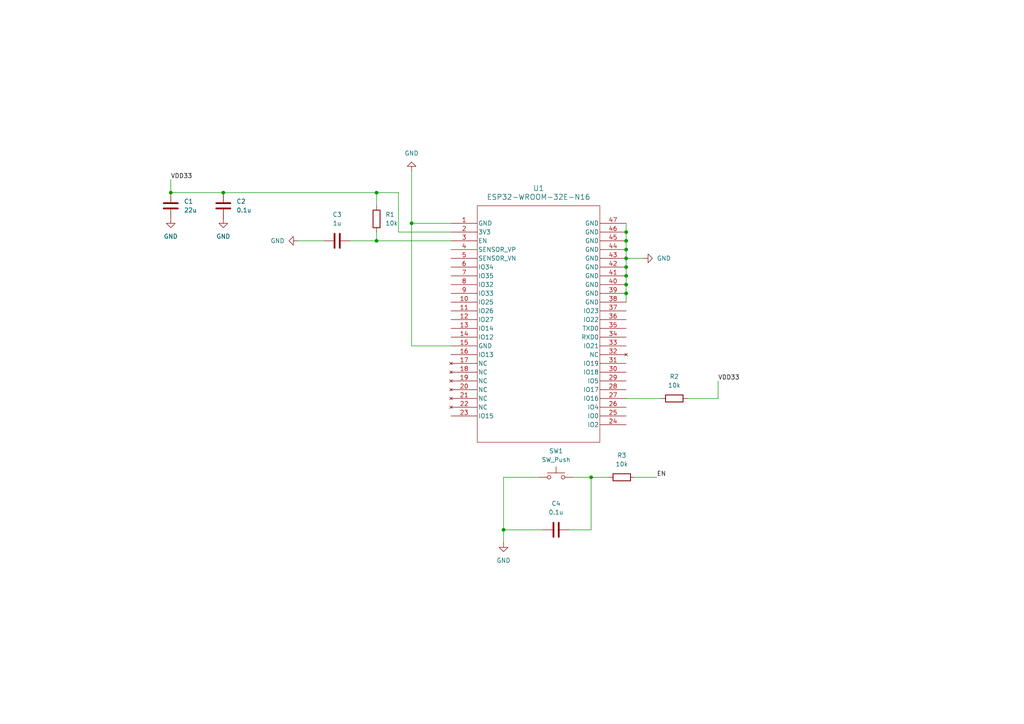
<source format=kicad_sch>
(kicad_sch
	(version 20231120)
	(generator "eeschema")
	(generator_version "8.0")
	(uuid "57743234-ce47-4192-879d-b8e0ce8cd561")
	(paper "A4")
	(lib_symbols
		(symbol "2024-10-13_22-34-19:ESP32-WROOM-32E-N16"
			(pin_names
				(offset 0.254)
			)
			(exclude_from_sim no)
			(in_bom yes)
			(on_board yes)
			(property "Reference" "U"
				(at 25.4 10.16 0)
				(effects
					(font
						(size 1.524 1.524)
					)
				)
			)
			(property "Value" "ESP32-WROOM-32E-N16"
				(at 25.4 7.62 0)
				(effects
					(font
						(size 1.524 1.524)
					)
				)
			)
			(property "Footprint" "ESP32-WROOM-32E_EXP"
				(at 0 0 0)
				(effects
					(font
						(size 1.27 1.27)
						(italic yes)
					)
					(hide yes)
				)
			)
			(property "Datasheet" "ESP32-WROOM-32E-N16"
				(at 0 0 0)
				(effects
					(font
						(size 1.27 1.27)
						(italic yes)
					)
					(hide yes)
				)
			)
			(property "Description" ""
				(at 0 0 0)
				(effects
					(font
						(size 1.27 1.27)
					)
					(hide yes)
				)
			)
			(property "ki_locked" ""
				(at 0 0 0)
				(effects
					(font
						(size 1.27 1.27)
					)
				)
			)
			(property "ki_keywords" "ESP32-WROOM-32E-N16"
				(at 0 0 0)
				(effects
					(font
						(size 1.27 1.27)
					)
					(hide yes)
				)
			)
			(property "ki_fp_filters" "ESP32-WROOM-32E_EXP"
				(at 0 0 0)
				(effects
					(font
						(size 1.27 1.27)
					)
					(hide yes)
				)
			)
			(symbol "ESP32-WROOM-32E-N16_0_1"
				(polyline
					(pts
						(xy 7.62 -63.5) (xy 43.18 -63.5)
					)
					(stroke
						(width 0.127)
						(type default)
					)
					(fill
						(type none)
					)
				)
				(polyline
					(pts
						(xy 7.62 5.08) (xy 7.62 -63.5)
					)
					(stroke
						(width 0.127)
						(type default)
					)
					(fill
						(type none)
					)
				)
				(polyline
					(pts
						(xy 43.18 -63.5) (xy 43.18 5.08)
					)
					(stroke
						(width 0.127)
						(type default)
					)
					(fill
						(type none)
					)
				)
				(polyline
					(pts
						(xy 43.18 5.08) (xy 7.62 5.08)
					)
					(stroke
						(width 0.127)
						(type default)
					)
					(fill
						(type none)
					)
				)
				(pin power_out line
					(at 0 0 0)
					(length 7.62)
					(name "GND"
						(effects
							(font
								(size 1.27 1.27)
							)
						)
					)
					(number "1"
						(effects
							(font
								(size 1.27 1.27)
							)
						)
					)
				)
				(pin bidirectional line
					(at 0 -22.86 0)
					(length 7.62)
					(name "IO25"
						(effects
							(font
								(size 1.27 1.27)
							)
						)
					)
					(number "10"
						(effects
							(font
								(size 1.27 1.27)
							)
						)
					)
				)
				(pin bidirectional line
					(at 0 -25.4 0)
					(length 7.62)
					(name "IO26"
						(effects
							(font
								(size 1.27 1.27)
							)
						)
					)
					(number "11"
						(effects
							(font
								(size 1.27 1.27)
							)
						)
					)
				)
				(pin bidirectional line
					(at 0 -27.94 0)
					(length 7.62)
					(name "IO27"
						(effects
							(font
								(size 1.27 1.27)
							)
						)
					)
					(number "12"
						(effects
							(font
								(size 1.27 1.27)
							)
						)
					)
				)
				(pin bidirectional line
					(at 0 -30.48 0)
					(length 7.62)
					(name "IO14"
						(effects
							(font
								(size 1.27 1.27)
							)
						)
					)
					(number "13"
						(effects
							(font
								(size 1.27 1.27)
							)
						)
					)
				)
				(pin bidirectional line
					(at 0 -33.02 0)
					(length 7.62)
					(name "IO12"
						(effects
							(font
								(size 1.27 1.27)
							)
						)
					)
					(number "14"
						(effects
							(font
								(size 1.27 1.27)
							)
						)
					)
				)
				(pin power_out line
					(at 0 -35.56 0)
					(length 7.62)
					(name "GND"
						(effects
							(font
								(size 1.27 1.27)
							)
						)
					)
					(number "15"
						(effects
							(font
								(size 1.27 1.27)
							)
						)
					)
				)
				(pin bidirectional line
					(at 0 -38.1 0)
					(length 7.62)
					(name "IO13"
						(effects
							(font
								(size 1.27 1.27)
							)
						)
					)
					(number "16"
						(effects
							(font
								(size 1.27 1.27)
							)
						)
					)
				)
				(pin no_connect line
					(at 0 -40.64 0)
					(length 7.62)
					(name "NC"
						(effects
							(font
								(size 1.27 1.27)
							)
						)
					)
					(number "17"
						(effects
							(font
								(size 1.27 1.27)
							)
						)
					)
				)
				(pin no_connect line
					(at 0 -43.18 0)
					(length 7.62)
					(name "NC"
						(effects
							(font
								(size 1.27 1.27)
							)
						)
					)
					(number "18"
						(effects
							(font
								(size 1.27 1.27)
							)
						)
					)
				)
				(pin no_connect line
					(at 0 -45.72 0)
					(length 7.62)
					(name "NC"
						(effects
							(font
								(size 1.27 1.27)
							)
						)
					)
					(number "19"
						(effects
							(font
								(size 1.27 1.27)
							)
						)
					)
				)
				(pin power_in line
					(at 0 -2.54 0)
					(length 7.62)
					(name "3V3"
						(effects
							(font
								(size 1.27 1.27)
							)
						)
					)
					(number "2"
						(effects
							(font
								(size 1.27 1.27)
							)
						)
					)
				)
				(pin no_connect line
					(at 0 -48.26 0)
					(length 7.62)
					(name "NC"
						(effects
							(font
								(size 1.27 1.27)
							)
						)
					)
					(number "20"
						(effects
							(font
								(size 1.27 1.27)
							)
						)
					)
				)
				(pin no_connect line
					(at 0 -50.8 0)
					(length 7.62)
					(name "NC"
						(effects
							(font
								(size 1.27 1.27)
							)
						)
					)
					(number "21"
						(effects
							(font
								(size 1.27 1.27)
							)
						)
					)
				)
				(pin no_connect line
					(at 0 -53.34 0)
					(length 7.62)
					(name "NC"
						(effects
							(font
								(size 1.27 1.27)
							)
						)
					)
					(number "22"
						(effects
							(font
								(size 1.27 1.27)
							)
						)
					)
				)
				(pin bidirectional line
					(at 0 -55.88 0)
					(length 7.62)
					(name "IO15"
						(effects
							(font
								(size 1.27 1.27)
							)
						)
					)
					(number "23"
						(effects
							(font
								(size 1.27 1.27)
							)
						)
					)
				)
				(pin bidirectional line
					(at 50.8 -58.42 180)
					(length 7.62)
					(name "IO2"
						(effects
							(font
								(size 1.27 1.27)
							)
						)
					)
					(number "24"
						(effects
							(font
								(size 1.27 1.27)
							)
						)
					)
				)
				(pin bidirectional line
					(at 50.8 -55.88 180)
					(length 7.62)
					(name "IO0"
						(effects
							(font
								(size 1.27 1.27)
							)
						)
					)
					(number "25"
						(effects
							(font
								(size 1.27 1.27)
							)
						)
					)
				)
				(pin bidirectional line
					(at 50.8 -53.34 180)
					(length 7.62)
					(name "IO4"
						(effects
							(font
								(size 1.27 1.27)
							)
						)
					)
					(number "26"
						(effects
							(font
								(size 1.27 1.27)
							)
						)
					)
				)
				(pin bidirectional line
					(at 50.8 -50.8 180)
					(length 7.62)
					(name "IO16"
						(effects
							(font
								(size 1.27 1.27)
							)
						)
					)
					(number "27"
						(effects
							(font
								(size 1.27 1.27)
							)
						)
					)
				)
				(pin bidirectional line
					(at 50.8 -48.26 180)
					(length 7.62)
					(name "IO17"
						(effects
							(font
								(size 1.27 1.27)
							)
						)
					)
					(number "28"
						(effects
							(font
								(size 1.27 1.27)
							)
						)
					)
				)
				(pin bidirectional line
					(at 50.8 -45.72 180)
					(length 7.62)
					(name "IO5"
						(effects
							(font
								(size 1.27 1.27)
							)
						)
					)
					(number "29"
						(effects
							(font
								(size 1.27 1.27)
							)
						)
					)
				)
				(pin input line
					(at 0 -5.08 0)
					(length 7.62)
					(name "EN"
						(effects
							(font
								(size 1.27 1.27)
							)
						)
					)
					(number "3"
						(effects
							(font
								(size 1.27 1.27)
							)
						)
					)
				)
				(pin bidirectional line
					(at 50.8 -43.18 180)
					(length 7.62)
					(name "IO18"
						(effects
							(font
								(size 1.27 1.27)
							)
						)
					)
					(number "30"
						(effects
							(font
								(size 1.27 1.27)
							)
						)
					)
				)
				(pin bidirectional line
					(at 50.8 -40.64 180)
					(length 7.62)
					(name "IO19"
						(effects
							(font
								(size 1.27 1.27)
							)
						)
					)
					(number "31"
						(effects
							(font
								(size 1.27 1.27)
							)
						)
					)
				)
				(pin no_connect line
					(at 50.8 -38.1 180)
					(length 7.62)
					(name "NC"
						(effects
							(font
								(size 1.27 1.27)
							)
						)
					)
					(number "32"
						(effects
							(font
								(size 1.27 1.27)
							)
						)
					)
				)
				(pin bidirectional line
					(at 50.8 -35.56 180)
					(length 7.62)
					(name "IO21"
						(effects
							(font
								(size 1.27 1.27)
							)
						)
					)
					(number "33"
						(effects
							(font
								(size 1.27 1.27)
							)
						)
					)
				)
				(pin bidirectional line
					(at 50.8 -33.02 180)
					(length 7.62)
					(name "RXD0"
						(effects
							(font
								(size 1.27 1.27)
							)
						)
					)
					(number "34"
						(effects
							(font
								(size 1.27 1.27)
							)
						)
					)
				)
				(pin bidirectional line
					(at 50.8 -30.48 180)
					(length 7.62)
					(name "TXD0"
						(effects
							(font
								(size 1.27 1.27)
							)
						)
					)
					(number "35"
						(effects
							(font
								(size 1.27 1.27)
							)
						)
					)
				)
				(pin bidirectional line
					(at 50.8 -27.94 180)
					(length 7.62)
					(name "IO22"
						(effects
							(font
								(size 1.27 1.27)
							)
						)
					)
					(number "36"
						(effects
							(font
								(size 1.27 1.27)
							)
						)
					)
				)
				(pin bidirectional line
					(at 50.8 -25.4 180)
					(length 7.62)
					(name "IO23"
						(effects
							(font
								(size 1.27 1.27)
							)
						)
					)
					(number "37"
						(effects
							(font
								(size 1.27 1.27)
							)
						)
					)
				)
				(pin power_out line
					(at 50.8 -22.86 180)
					(length 7.62)
					(name "GND"
						(effects
							(font
								(size 1.27 1.27)
							)
						)
					)
					(number "38"
						(effects
							(font
								(size 1.27 1.27)
							)
						)
					)
				)
				(pin power_out line
					(at 50.8 -20.32 180)
					(length 7.62)
					(name "GND"
						(effects
							(font
								(size 1.27 1.27)
							)
						)
					)
					(number "39"
						(effects
							(font
								(size 1.27 1.27)
							)
						)
					)
				)
				(pin input line
					(at 0 -7.62 0)
					(length 7.62)
					(name "SENSOR_VP"
						(effects
							(font
								(size 1.27 1.27)
							)
						)
					)
					(number "4"
						(effects
							(font
								(size 1.27 1.27)
							)
						)
					)
				)
				(pin power_out line
					(at 50.8 -17.78 180)
					(length 7.62)
					(name "GND"
						(effects
							(font
								(size 1.27 1.27)
							)
						)
					)
					(number "40"
						(effects
							(font
								(size 1.27 1.27)
							)
						)
					)
				)
				(pin power_out line
					(at 50.8 -15.24 180)
					(length 7.62)
					(name "GND"
						(effects
							(font
								(size 1.27 1.27)
							)
						)
					)
					(number "41"
						(effects
							(font
								(size 1.27 1.27)
							)
						)
					)
				)
				(pin power_out line
					(at 50.8 -12.7 180)
					(length 7.62)
					(name "GND"
						(effects
							(font
								(size 1.27 1.27)
							)
						)
					)
					(number "42"
						(effects
							(font
								(size 1.27 1.27)
							)
						)
					)
				)
				(pin power_out line
					(at 50.8 -10.16 180)
					(length 7.62)
					(name "GND"
						(effects
							(font
								(size 1.27 1.27)
							)
						)
					)
					(number "43"
						(effects
							(font
								(size 1.27 1.27)
							)
						)
					)
				)
				(pin power_out line
					(at 50.8 -7.62 180)
					(length 7.62)
					(name "GND"
						(effects
							(font
								(size 1.27 1.27)
							)
						)
					)
					(number "44"
						(effects
							(font
								(size 1.27 1.27)
							)
						)
					)
				)
				(pin power_out line
					(at 50.8 -5.08 180)
					(length 7.62)
					(name "GND"
						(effects
							(font
								(size 1.27 1.27)
							)
						)
					)
					(number "45"
						(effects
							(font
								(size 1.27 1.27)
							)
						)
					)
				)
				(pin power_out line
					(at 50.8 -2.54 180)
					(length 7.62)
					(name "GND"
						(effects
							(font
								(size 1.27 1.27)
							)
						)
					)
					(number "46"
						(effects
							(font
								(size 1.27 1.27)
							)
						)
					)
				)
				(pin power_out line
					(at 50.8 0 180)
					(length 7.62)
					(name "GND"
						(effects
							(font
								(size 1.27 1.27)
							)
						)
					)
					(number "47"
						(effects
							(font
								(size 1.27 1.27)
							)
						)
					)
				)
				(pin input line
					(at 0 -10.16 0)
					(length 7.62)
					(name "SENSOR_VN"
						(effects
							(font
								(size 1.27 1.27)
							)
						)
					)
					(number "5"
						(effects
							(font
								(size 1.27 1.27)
							)
						)
					)
				)
				(pin input line
					(at 0 -12.7 0)
					(length 7.62)
					(name "IO34"
						(effects
							(font
								(size 1.27 1.27)
							)
						)
					)
					(number "6"
						(effects
							(font
								(size 1.27 1.27)
							)
						)
					)
				)
				(pin input line
					(at 0 -15.24 0)
					(length 7.62)
					(name "IO35"
						(effects
							(font
								(size 1.27 1.27)
							)
						)
					)
					(number "7"
						(effects
							(font
								(size 1.27 1.27)
							)
						)
					)
				)
				(pin bidirectional line
					(at 0 -17.78 0)
					(length 7.62)
					(name "IO32"
						(effects
							(font
								(size 1.27 1.27)
							)
						)
					)
					(number "8"
						(effects
							(font
								(size 1.27 1.27)
							)
						)
					)
				)
				(pin bidirectional line
					(at 0 -20.32 0)
					(length 7.62)
					(name "IO33"
						(effects
							(font
								(size 1.27 1.27)
							)
						)
					)
					(number "9"
						(effects
							(font
								(size 1.27 1.27)
							)
						)
					)
				)
			)
		)
		(symbol "Device:C"
			(pin_numbers hide)
			(pin_names
				(offset 0.254)
			)
			(exclude_from_sim no)
			(in_bom yes)
			(on_board yes)
			(property "Reference" "C"
				(at 0.635 2.54 0)
				(effects
					(font
						(size 1.27 1.27)
					)
					(justify left)
				)
			)
			(property "Value" "C"
				(at 0.635 -2.54 0)
				(effects
					(font
						(size 1.27 1.27)
					)
					(justify left)
				)
			)
			(property "Footprint" ""
				(at 0.9652 -3.81 0)
				(effects
					(font
						(size 1.27 1.27)
					)
					(hide yes)
				)
			)
			(property "Datasheet" "~"
				(at 0 0 0)
				(effects
					(font
						(size 1.27 1.27)
					)
					(hide yes)
				)
			)
			(property "Description" "Unpolarized capacitor"
				(at 0 0 0)
				(effects
					(font
						(size 1.27 1.27)
					)
					(hide yes)
				)
			)
			(property "ki_keywords" "cap capacitor"
				(at 0 0 0)
				(effects
					(font
						(size 1.27 1.27)
					)
					(hide yes)
				)
			)
			(property "ki_fp_filters" "C_*"
				(at 0 0 0)
				(effects
					(font
						(size 1.27 1.27)
					)
					(hide yes)
				)
			)
			(symbol "C_0_1"
				(polyline
					(pts
						(xy -2.032 -0.762) (xy 2.032 -0.762)
					)
					(stroke
						(width 0.508)
						(type default)
					)
					(fill
						(type none)
					)
				)
				(polyline
					(pts
						(xy -2.032 0.762) (xy 2.032 0.762)
					)
					(stroke
						(width 0.508)
						(type default)
					)
					(fill
						(type none)
					)
				)
			)
			(symbol "C_1_1"
				(pin passive line
					(at 0 3.81 270)
					(length 2.794)
					(name "~"
						(effects
							(font
								(size 1.27 1.27)
							)
						)
					)
					(number "1"
						(effects
							(font
								(size 1.27 1.27)
							)
						)
					)
				)
				(pin passive line
					(at 0 -3.81 90)
					(length 2.794)
					(name "~"
						(effects
							(font
								(size 1.27 1.27)
							)
						)
					)
					(number "2"
						(effects
							(font
								(size 1.27 1.27)
							)
						)
					)
				)
			)
		)
		(symbol "Device:R"
			(pin_numbers hide)
			(pin_names
				(offset 0)
			)
			(exclude_from_sim no)
			(in_bom yes)
			(on_board yes)
			(property "Reference" "R"
				(at 2.032 0 90)
				(effects
					(font
						(size 1.27 1.27)
					)
				)
			)
			(property "Value" "R"
				(at 0 0 90)
				(effects
					(font
						(size 1.27 1.27)
					)
				)
			)
			(property "Footprint" ""
				(at -1.778 0 90)
				(effects
					(font
						(size 1.27 1.27)
					)
					(hide yes)
				)
			)
			(property "Datasheet" "~"
				(at 0 0 0)
				(effects
					(font
						(size 1.27 1.27)
					)
					(hide yes)
				)
			)
			(property "Description" "Resistor"
				(at 0 0 0)
				(effects
					(font
						(size 1.27 1.27)
					)
					(hide yes)
				)
			)
			(property "ki_keywords" "R res resistor"
				(at 0 0 0)
				(effects
					(font
						(size 1.27 1.27)
					)
					(hide yes)
				)
			)
			(property "ki_fp_filters" "R_*"
				(at 0 0 0)
				(effects
					(font
						(size 1.27 1.27)
					)
					(hide yes)
				)
			)
			(symbol "R_0_1"
				(rectangle
					(start -1.016 -2.54)
					(end 1.016 2.54)
					(stroke
						(width 0.254)
						(type default)
					)
					(fill
						(type none)
					)
				)
			)
			(symbol "R_1_1"
				(pin passive line
					(at 0 3.81 270)
					(length 1.27)
					(name "~"
						(effects
							(font
								(size 1.27 1.27)
							)
						)
					)
					(number "1"
						(effects
							(font
								(size 1.27 1.27)
							)
						)
					)
				)
				(pin passive line
					(at 0 -3.81 90)
					(length 1.27)
					(name "~"
						(effects
							(font
								(size 1.27 1.27)
							)
						)
					)
					(number "2"
						(effects
							(font
								(size 1.27 1.27)
							)
						)
					)
				)
			)
		)
		(symbol "Switch:SW_Push"
			(pin_numbers hide)
			(pin_names
				(offset 1.016) hide)
			(exclude_from_sim no)
			(in_bom yes)
			(on_board yes)
			(property "Reference" "SW"
				(at 1.27 2.54 0)
				(effects
					(font
						(size 1.27 1.27)
					)
					(justify left)
				)
			)
			(property "Value" "SW_Push"
				(at 0 -1.524 0)
				(effects
					(font
						(size 1.27 1.27)
					)
				)
			)
			(property "Footprint" ""
				(at 0 5.08 0)
				(effects
					(font
						(size 1.27 1.27)
					)
					(hide yes)
				)
			)
			(property "Datasheet" "~"
				(at 0 5.08 0)
				(effects
					(font
						(size 1.27 1.27)
					)
					(hide yes)
				)
			)
			(property "Description" "Push button switch, generic, two pins"
				(at 0 0 0)
				(effects
					(font
						(size 1.27 1.27)
					)
					(hide yes)
				)
			)
			(property "ki_keywords" "switch normally-open pushbutton push-button"
				(at 0 0 0)
				(effects
					(font
						(size 1.27 1.27)
					)
					(hide yes)
				)
			)
			(symbol "SW_Push_0_1"
				(circle
					(center -2.032 0)
					(radius 0.508)
					(stroke
						(width 0)
						(type default)
					)
					(fill
						(type none)
					)
				)
				(polyline
					(pts
						(xy 0 1.27) (xy 0 3.048)
					)
					(stroke
						(width 0)
						(type default)
					)
					(fill
						(type none)
					)
				)
				(polyline
					(pts
						(xy 2.54 1.27) (xy -2.54 1.27)
					)
					(stroke
						(width 0)
						(type default)
					)
					(fill
						(type none)
					)
				)
				(circle
					(center 2.032 0)
					(radius 0.508)
					(stroke
						(width 0)
						(type default)
					)
					(fill
						(type none)
					)
				)
				(pin passive line
					(at -5.08 0 0)
					(length 2.54)
					(name "1"
						(effects
							(font
								(size 1.27 1.27)
							)
						)
					)
					(number "1"
						(effects
							(font
								(size 1.27 1.27)
							)
						)
					)
				)
				(pin passive line
					(at 5.08 0 180)
					(length 2.54)
					(name "2"
						(effects
							(font
								(size 1.27 1.27)
							)
						)
					)
					(number "2"
						(effects
							(font
								(size 1.27 1.27)
							)
						)
					)
				)
			)
		)
		(symbol "power:GND"
			(power)
			(pin_numbers hide)
			(pin_names
				(offset 0) hide)
			(exclude_from_sim no)
			(in_bom yes)
			(on_board yes)
			(property "Reference" "#PWR"
				(at 0 -6.35 0)
				(effects
					(font
						(size 1.27 1.27)
					)
					(hide yes)
				)
			)
			(property "Value" "GND"
				(at 0 -3.81 0)
				(effects
					(font
						(size 1.27 1.27)
					)
				)
			)
			(property "Footprint" ""
				(at 0 0 0)
				(effects
					(font
						(size 1.27 1.27)
					)
					(hide yes)
				)
			)
			(property "Datasheet" ""
				(at 0 0 0)
				(effects
					(font
						(size 1.27 1.27)
					)
					(hide yes)
				)
			)
			(property "Description" "Power symbol creates a global label with name \"GND\" , ground"
				(at 0 0 0)
				(effects
					(font
						(size 1.27 1.27)
					)
					(hide yes)
				)
			)
			(property "ki_keywords" "global power"
				(at 0 0 0)
				(effects
					(font
						(size 1.27 1.27)
					)
					(hide yes)
				)
			)
			(symbol "GND_0_1"
				(polyline
					(pts
						(xy 0 0) (xy 0 -1.27) (xy 1.27 -1.27) (xy 0 -2.54) (xy -1.27 -1.27) (xy 0 -1.27)
					)
					(stroke
						(width 0)
						(type default)
					)
					(fill
						(type none)
					)
				)
			)
			(symbol "GND_1_1"
				(pin power_in line
					(at 0 0 270)
					(length 0)
					(name "~"
						(effects
							(font
								(size 1.27 1.27)
							)
						)
					)
					(number "1"
						(effects
							(font
								(size 1.27 1.27)
							)
						)
					)
				)
			)
		)
	)
	(junction
		(at 181.61 74.93)
		(diameter 0)
		(color 0 0 0 0)
		(uuid "12264ff2-ff2d-4e0d-ad6c-b5cb679e8118")
	)
	(junction
		(at 49.53 55.88)
		(diameter 0)
		(color 0 0 0 0)
		(uuid "1fd380f9-c69c-4673-95a5-3c377ba01383")
	)
	(junction
		(at 181.61 69.85)
		(diameter 0)
		(color 0 0 0 0)
		(uuid "39062bd6-01f0-4407-86f8-eacb45949a02")
	)
	(junction
		(at 181.61 82.55)
		(diameter 0)
		(color 0 0 0 0)
		(uuid "40e41774-065e-4ec4-b03e-20bc58f63fcc")
	)
	(junction
		(at 119.38 64.77)
		(diameter 0)
		(color 0 0 0 0)
		(uuid "42c96e87-0ee6-466d-9df2-ff8b4b6715d7")
	)
	(junction
		(at 181.61 67.31)
		(diameter 0)
		(color 0 0 0 0)
		(uuid "5646363a-543e-463f-b887-58ce7b402f25")
	)
	(junction
		(at 181.61 80.01)
		(diameter 0)
		(color 0 0 0 0)
		(uuid "65d706d2-d046-4bb8-8514-109a7195dd3c")
	)
	(junction
		(at 181.61 85.09)
		(diameter 0)
		(color 0 0 0 0)
		(uuid "6ba9fff7-6d38-4678-b67c-1d821120e9dd")
	)
	(junction
		(at 171.45 138.43)
		(diameter 0)
		(color 0 0 0 0)
		(uuid "802c7733-1805-4504-89bd-fc5fa05d3206")
	)
	(junction
		(at 109.22 55.88)
		(diameter 0)
		(color 0 0 0 0)
		(uuid "a5ce9fde-07e6-4010-bea8-92b0313446f9")
	)
	(junction
		(at 181.61 72.39)
		(diameter 0)
		(color 0 0 0 0)
		(uuid "da825bfe-99a9-454d-b236-d8a7f3289feb")
	)
	(junction
		(at 109.22 69.85)
		(diameter 0)
		(color 0 0 0 0)
		(uuid "e13028d2-ac4e-450f-8275-9f4ca24d5402")
	)
	(junction
		(at 64.77 55.88)
		(diameter 0)
		(color 0 0 0 0)
		(uuid "ec1e38f6-b4ad-4c09-9e85-68215a5047bc")
	)
	(junction
		(at 181.61 77.47)
		(diameter 0)
		(color 0 0 0 0)
		(uuid "ec32f1ec-f938-4bb9-ba48-0cadc2ff5617")
	)
	(junction
		(at 146.05 153.67)
		(diameter 0)
		(color 0 0 0 0)
		(uuid "f3419e13-2cfe-4eff-9b90-b2afa1aed4fd")
	)
	(wire
		(pts
			(xy 109.22 55.88) (xy 115.57 55.88)
		)
		(stroke
			(width 0)
			(type default)
		)
		(uuid "011dbb80-7c6e-43eb-a272-fc25b30d59fc")
	)
	(wire
		(pts
			(xy 171.45 138.43) (xy 176.53 138.43)
		)
		(stroke
			(width 0)
			(type default)
		)
		(uuid "0e803f9a-707d-4084-80a5-894887dfb3a9")
	)
	(wire
		(pts
			(xy 130.81 100.33) (xy 119.38 100.33)
		)
		(stroke
			(width 0)
			(type default)
		)
		(uuid "110cdc7b-71e2-4394-8bd3-b775358761a5")
	)
	(wire
		(pts
			(xy 130.81 67.31) (xy 115.57 67.31)
		)
		(stroke
			(width 0)
			(type default)
		)
		(uuid "146ad115-43be-45e0-bfaa-6c53bf65b923")
	)
	(wire
		(pts
			(xy 208.28 110.49) (xy 208.28 115.57)
		)
		(stroke
			(width 0)
			(type default)
		)
		(uuid "14710d44-86d7-475d-8035-d3cdc1f6cb55")
	)
	(wire
		(pts
			(xy 109.22 55.88) (xy 109.22 59.69)
		)
		(stroke
			(width 0)
			(type default)
		)
		(uuid "1c1ea002-8926-4f4b-83f8-816ec8644a3b")
	)
	(wire
		(pts
			(xy 109.22 55.88) (xy 64.77 55.88)
		)
		(stroke
			(width 0)
			(type default)
		)
		(uuid "2e09387c-e043-4f88-8a22-a6743edc780a")
	)
	(wire
		(pts
			(xy 119.38 64.77) (xy 119.38 100.33)
		)
		(stroke
			(width 0)
			(type default)
		)
		(uuid "2f4c17f9-1279-444d-ada2-054c4d354b0c")
	)
	(wire
		(pts
			(xy 109.22 69.85) (xy 130.81 69.85)
		)
		(stroke
			(width 0)
			(type default)
		)
		(uuid "31e01224-e7c7-4c4a-aa86-ce865c266b82")
	)
	(wire
		(pts
			(xy 101.6 69.85) (xy 109.22 69.85)
		)
		(stroke
			(width 0)
			(type default)
		)
		(uuid "3dde7420-f2f7-450a-b888-c94176901b77")
	)
	(wire
		(pts
			(xy 181.61 69.85) (xy 181.61 72.39)
		)
		(stroke
			(width 0)
			(type default)
		)
		(uuid "452b332e-0473-41fb-8c23-210f51710dad")
	)
	(wire
		(pts
			(xy 49.53 52.07) (xy 49.53 55.88)
		)
		(stroke
			(width 0)
			(type default)
		)
		(uuid "457aea50-a694-4f3d-b1e1-24e1b933a8b4")
	)
	(wire
		(pts
			(xy 119.38 49.53) (xy 119.38 64.77)
		)
		(stroke
			(width 0)
			(type default)
		)
		(uuid "46bcc631-ed0a-44d7-9078-b38877f37074")
	)
	(wire
		(pts
			(xy 171.45 153.67) (xy 171.45 138.43)
		)
		(stroke
			(width 0)
			(type default)
		)
		(uuid "49c7769a-9ec0-4b1e-9bf8-7ec6f6b9fcbd")
	)
	(wire
		(pts
			(xy 165.1 153.67) (xy 171.45 153.67)
		)
		(stroke
			(width 0)
			(type default)
		)
		(uuid "4a6ac148-c970-401e-9e24-adec2172ba37")
	)
	(wire
		(pts
			(xy 184.15 138.43) (xy 190.5 138.43)
		)
		(stroke
			(width 0)
			(type default)
		)
		(uuid "4c368aac-2327-45c3-8273-beb6283c9271")
	)
	(wire
		(pts
			(xy 181.61 82.55) (xy 181.61 85.09)
		)
		(stroke
			(width 0)
			(type default)
		)
		(uuid "4c880567-dad3-42fc-a738-1b0d41eeaf06")
	)
	(wire
		(pts
			(xy 146.05 153.67) (xy 146.05 157.48)
		)
		(stroke
			(width 0)
			(type default)
		)
		(uuid "63165c17-29dc-4c06-a05b-de394f3f035d")
	)
	(wire
		(pts
			(xy 156.21 138.43) (xy 146.05 138.43)
		)
		(stroke
			(width 0)
			(type default)
		)
		(uuid "692ecd66-3cee-4c03-98ef-d17a3699575b")
	)
	(wire
		(pts
			(xy 181.61 85.09) (xy 181.61 87.63)
		)
		(stroke
			(width 0)
			(type default)
		)
		(uuid "6965f58d-b225-4579-8c39-b7e8cb1a3c81")
	)
	(wire
		(pts
			(xy 181.61 115.57) (xy 191.77 115.57)
		)
		(stroke
			(width 0)
			(type default)
		)
		(uuid "70cda676-2e31-41e7-8045-b865b2b42a8f")
	)
	(wire
		(pts
			(xy 199.39 115.57) (xy 208.28 115.57)
		)
		(stroke
			(width 0)
			(type default)
		)
		(uuid "7de3574a-49c3-4fe6-91c3-dcda07ce469f")
	)
	(wire
		(pts
			(xy 181.61 80.01) (xy 181.61 82.55)
		)
		(stroke
			(width 0)
			(type default)
		)
		(uuid "7f33f572-0a17-42be-bf5c-83450bf30119")
	)
	(wire
		(pts
			(xy 115.57 67.31) (xy 115.57 55.88)
		)
		(stroke
			(width 0)
			(type default)
		)
		(uuid "8da8311b-dfe0-4a92-8215-33c6f5647a19")
	)
	(wire
		(pts
			(xy 49.53 55.88) (xy 64.77 55.88)
		)
		(stroke
			(width 0)
			(type default)
		)
		(uuid "91c162f1-262a-43fc-a8ed-a5e7df398eab")
	)
	(wire
		(pts
			(xy 181.61 67.31) (xy 181.61 69.85)
		)
		(stroke
			(width 0)
			(type default)
		)
		(uuid "a24a184d-068d-4e2a-9354-65b736b6928d")
	)
	(wire
		(pts
			(xy 181.61 74.93) (xy 181.61 77.47)
		)
		(stroke
			(width 0)
			(type default)
		)
		(uuid "a5a685ac-9e77-40b8-a829-b5e2ee706d9f")
	)
	(wire
		(pts
			(xy 181.61 77.47) (xy 181.61 80.01)
		)
		(stroke
			(width 0)
			(type default)
		)
		(uuid "a8ed42f2-e72e-478c-8419-a1269a168bc3")
	)
	(wire
		(pts
			(xy 119.38 64.77) (xy 130.81 64.77)
		)
		(stroke
			(width 0)
			(type default)
		)
		(uuid "bc83ff1e-a2b5-4671-b343-4d58a7e44f96")
	)
	(wire
		(pts
			(xy 86.36 69.85) (xy 93.98 69.85)
		)
		(stroke
			(width 0)
			(type default)
		)
		(uuid "c296e954-e923-4127-85dd-40fdc985593f")
	)
	(wire
		(pts
			(xy 166.37 138.43) (xy 171.45 138.43)
		)
		(stroke
			(width 0)
			(type default)
		)
		(uuid "cb116610-34e8-4302-9de0-4e90a8fd9768")
	)
	(wire
		(pts
			(xy 146.05 153.67) (xy 157.48 153.67)
		)
		(stroke
			(width 0)
			(type default)
		)
		(uuid "d01f8bef-2100-4246-b115-529610e5663e")
	)
	(wire
		(pts
			(xy 146.05 138.43) (xy 146.05 153.67)
		)
		(stroke
			(width 0)
			(type default)
		)
		(uuid "d69c9c14-59f6-452b-9850-235d64a56e0d")
	)
	(wire
		(pts
			(xy 109.22 67.31) (xy 109.22 69.85)
		)
		(stroke
			(width 0)
			(type default)
		)
		(uuid "d7a1e1cd-23cc-4052-abcc-72d5f3cba611")
	)
	(wire
		(pts
			(xy 181.61 72.39) (xy 181.61 74.93)
		)
		(stroke
			(width 0)
			(type default)
		)
		(uuid "f28a8ee7-57a3-4292-bb69-801735487d3a")
	)
	(wire
		(pts
			(xy 181.61 74.93) (xy 186.69 74.93)
		)
		(stroke
			(width 0)
			(type default)
		)
		(uuid "f5b4eb64-3cc3-4e07-8b13-ef7ffc65e2d2")
	)
	(wire
		(pts
			(xy 181.61 64.77) (xy 181.61 67.31)
		)
		(stroke
			(width 0)
			(type default)
		)
		(uuid "feed6982-80ee-4bef-b90a-0b87c7ef10c3")
	)
	(label "EN"
		(at 190.5 138.43 0)
		(fields_autoplaced yes)
		(effects
			(font
				(size 1.27 1.27)
			)
			(justify left bottom)
		)
		(uuid "08030f9f-5485-4ce8-acfa-0ac20cdc0fcb")
	)
	(label "VDD33"
		(at 49.53 52.07 0)
		(fields_autoplaced yes)
		(effects
			(font
				(size 1.27 1.27)
			)
			(justify left bottom)
		)
		(uuid "5cde9129-d521-470c-929f-1f6be0df7ece")
	)
	(label "VDD33"
		(at 208.28 110.49 0)
		(fields_autoplaced yes)
		(effects
			(font
				(size 1.27 1.27)
			)
			(justify left bottom)
		)
		(uuid "7cb00a9e-bdb8-4b7c-8e7b-0a578b60b952")
	)
	(symbol
		(lib_id "Device:C")
		(at 161.29 153.67 90)
		(unit 1)
		(exclude_from_sim no)
		(in_bom yes)
		(on_board yes)
		(dnp no)
		(fields_autoplaced yes)
		(uuid "1f8226d3-d2f6-4dbd-a909-b63f1224b450")
		(property "Reference" "C4"
			(at 161.29 146.05 90)
			(effects
				(font
					(size 1.27 1.27)
				)
			)
		)
		(property "Value" "0.1u"
			(at 161.29 148.59 90)
			(effects
				(font
					(size 1.27 1.27)
				)
			)
		)
		(property "Footprint" ""
			(at 165.1 152.7048 0)
			(effects
				(font
					(size 1.27 1.27)
				)
				(hide yes)
			)
		)
		(property "Datasheet" "~"
			(at 161.29 153.67 0)
			(effects
				(font
					(size 1.27 1.27)
				)
				(hide yes)
			)
		)
		(property "Description" "Unpolarized capacitor"
			(at 161.29 153.67 0)
			(effects
				(font
					(size 1.27 1.27)
				)
				(hide yes)
			)
		)
		(pin "2"
			(uuid "551d8aa7-203f-4a93-ab5c-3e27b4920120")
		)
		(pin "1"
			(uuid "8ec65cd0-de06-4e89-bd67-6df5a6facb9c")
		)
		(instances
			(project ""
				(path "/57743234-ce47-4192-879d-b8e0ce8cd561"
					(reference "C4")
					(unit 1)
				)
			)
		)
	)
	(symbol
		(lib_id "Device:C")
		(at 49.53 59.69 0)
		(unit 1)
		(exclude_from_sim no)
		(in_bom yes)
		(on_board yes)
		(dnp no)
		(fields_autoplaced yes)
		(uuid "2258b869-1884-40ad-809e-aefc83f95a2a")
		(property "Reference" "C1"
			(at 53.34 58.4199 0)
			(effects
				(font
					(size 1.27 1.27)
				)
				(justify left)
			)
		)
		(property "Value" "22u"
			(at 53.34 60.9599 0)
			(effects
				(font
					(size 1.27 1.27)
				)
				(justify left)
			)
		)
		(property "Footprint" ""
			(at 50.4952 63.5 0)
			(effects
				(font
					(size 1.27 1.27)
				)
				(hide yes)
			)
		)
		(property "Datasheet" "~"
			(at 49.53 59.69 0)
			(effects
				(font
					(size 1.27 1.27)
				)
				(hide yes)
			)
		)
		(property "Description" "Unpolarized capacitor"
			(at 49.53 59.69 0)
			(effects
				(font
					(size 1.27 1.27)
				)
				(hide yes)
			)
		)
		(pin "1"
			(uuid "be44f1ab-9845-4f45-9c91-c37692becec6")
		)
		(pin "2"
			(uuid "2630002c-2485-4f1f-a290-38b3c7353345")
		)
		(instances
			(project ""
				(path "/57743234-ce47-4192-879d-b8e0ce8cd561"
					(reference "C1")
					(unit 1)
				)
			)
		)
	)
	(symbol
		(lib_id "Switch:SW_Push")
		(at 161.29 138.43 0)
		(unit 1)
		(exclude_from_sim no)
		(in_bom yes)
		(on_board yes)
		(dnp no)
		(fields_autoplaced yes)
		(uuid "294eeaf7-2cab-4a4a-a496-c7f743f92c53")
		(property "Reference" "SW1"
			(at 161.29 130.81 0)
			(effects
				(font
					(size 1.27 1.27)
				)
			)
		)
		(property "Value" "SW_Push"
			(at 161.29 133.35 0)
			(effects
				(font
					(size 1.27 1.27)
				)
			)
		)
		(property "Footprint" ""
			(at 161.29 133.35 0)
			(effects
				(font
					(size 1.27 1.27)
				)
				(hide yes)
			)
		)
		(property "Datasheet" "~"
			(at 161.29 133.35 0)
			(effects
				(font
					(size 1.27 1.27)
				)
				(hide yes)
			)
		)
		(property "Description" "Push button switch, generic, two pins"
			(at 161.29 138.43 0)
			(effects
				(font
					(size 1.27 1.27)
				)
				(hide yes)
			)
		)
		(pin "2"
			(uuid "1925d735-b3b3-46d3-ba34-2da4a2220d20")
		)
		(pin "1"
			(uuid "5f4bb0d8-ba90-4a0a-b863-fa4b8b60b63c")
		)
		(instances
			(project ""
				(path "/57743234-ce47-4192-879d-b8e0ce8cd561"
					(reference "SW1")
					(unit 1)
				)
			)
		)
	)
	(symbol
		(lib_id "power:GND")
		(at 86.36 69.85 270)
		(unit 1)
		(exclude_from_sim no)
		(in_bom yes)
		(on_board yes)
		(dnp no)
		(fields_autoplaced yes)
		(uuid "7482af4e-5e15-4a6b-9538-a641d5b0c81d")
		(property "Reference" "#PWR05"
			(at 80.01 69.85 0)
			(effects
				(font
					(size 1.27 1.27)
				)
				(hide yes)
			)
		)
		(property "Value" "GND"
			(at 82.55 69.8499 90)
			(effects
				(font
					(size 1.27 1.27)
				)
				(justify right)
			)
		)
		(property "Footprint" ""
			(at 86.36 69.85 0)
			(effects
				(font
					(size 1.27 1.27)
				)
				(hide yes)
			)
		)
		(property "Datasheet" ""
			(at 86.36 69.85 0)
			(effects
				(font
					(size 1.27 1.27)
				)
				(hide yes)
			)
		)
		(property "Description" "Power symbol creates a global label with name \"GND\" , ground"
			(at 86.36 69.85 0)
			(effects
				(font
					(size 1.27 1.27)
				)
				(hide yes)
			)
		)
		(pin "1"
			(uuid "7a53d309-72c8-4802-bb77-3f7285a73320")
		)
		(instances
			(project ""
				(path "/57743234-ce47-4192-879d-b8e0ce8cd561"
					(reference "#PWR05")
					(unit 1)
				)
			)
		)
	)
	(symbol
		(lib_id "Device:C")
		(at 64.77 59.69 0)
		(unit 1)
		(exclude_from_sim no)
		(in_bom yes)
		(on_board yes)
		(dnp no)
		(fields_autoplaced yes)
		(uuid "7d782799-e3ad-47ae-ad4c-c6fc8b9f0d11")
		(property "Reference" "C2"
			(at 68.58 58.4199 0)
			(effects
				(font
					(size 1.27 1.27)
				)
				(justify left)
			)
		)
		(property "Value" "0.1u"
			(at 68.58 60.9599 0)
			(effects
				(font
					(size 1.27 1.27)
				)
				(justify left)
			)
		)
		(property "Footprint" ""
			(at 65.7352 63.5 0)
			(effects
				(font
					(size 1.27 1.27)
				)
				(hide yes)
			)
		)
		(property "Datasheet" "~"
			(at 64.77 59.69 0)
			(effects
				(font
					(size 1.27 1.27)
				)
				(hide yes)
			)
		)
		(property "Description" "Unpolarized capacitor"
			(at 64.77 59.69 0)
			(effects
				(font
					(size 1.27 1.27)
				)
				(hide yes)
			)
		)
		(pin "1"
			(uuid "49d0b6af-997c-4c12-a2eb-f5f1e8dc27e5")
		)
		(pin "2"
			(uuid "ce82ec84-a754-4d7d-ad71-4a77bb1856ec")
		)
		(instances
			(project ""
				(path "/57743234-ce47-4192-879d-b8e0ce8cd561"
					(reference "C2")
					(unit 1)
				)
			)
		)
	)
	(symbol
		(lib_id "power:GND")
		(at 119.38 49.53 180)
		(unit 1)
		(exclude_from_sim no)
		(in_bom yes)
		(on_board yes)
		(dnp no)
		(fields_autoplaced yes)
		(uuid "7f30c647-6b35-4e8b-8c1d-b4f69ee8ac54")
		(property "Reference" "#PWR01"
			(at 119.38 43.18 0)
			(effects
				(font
					(size 1.27 1.27)
				)
				(hide yes)
			)
		)
		(property "Value" "GND"
			(at 119.38 44.45 0)
			(effects
				(font
					(size 1.27 1.27)
				)
			)
		)
		(property "Footprint" ""
			(at 119.38 49.53 0)
			(effects
				(font
					(size 1.27 1.27)
				)
				(hide yes)
			)
		)
		(property "Datasheet" ""
			(at 119.38 49.53 0)
			(effects
				(font
					(size 1.27 1.27)
				)
				(hide yes)
			)
		)
		(property "Description" "Power symbol creates a global label with name \"GND\" , ground"
			(at 119.38 49.53 0)
			(effects
				(font
					(size 1.27 1.27)
				)
				(hide yes)
			)
		)
		(pin "1"
			(uuid "134eb6d2-6b27-4952-b37b-db6780707577")
		)
		(instances
			(project ""
				(path "/57743234-ce47-4192-879d-b8e0ce8cd561"
					(reference "#PWR01")
					(unit 1)
				)
			)
		)
	)
	(symbol
		(lib_id "Device:C")
		(at 97.79 69.85 90)
		(unit 1)
		(exclude_from_sim no)
		(in_bom yes)
		(on_board yes)
		(dnp no)
		(fields_autoplaced yes)
		(uuid "ab0df76d-c4b0-48f5-bafa-7dc5267a1cab")
		(property "Reference" "C3"
			(at 97.79 62.23 90)
			(effects
				(font
					(size 1.27 1.27)
				)
			)
		)
		(property "Value" "1u"
			(at 97.79 64.77 90)
			(effects
				(font
					(size 1.27 1.27)
				)
			)
		)
		(property "Footprint" ""
			(at 101.6 68.8848 0)
			(effects
				(font
					(size 1.27 1.27)
				)
				(hide yes)
			)
		)
		(property "Datasheet" "~"
			(at 97.79 69.85 0)
			(effects
				(font
					(size 1.27 1.27)
				)
				(hide yes)
			)
		)
		(property "Description" "Unpolarized capacitor"
			(at 97.79 69.85 0)
			(effects
				(font
					(size 1.27 1.27)
				)
				(hide yes)
			)
		)
		(pin "2"
			(uuid "e4c1c217-1793-4c08-ab59-cb1f1ed2f522")
		)
		(pin "1"
			(uuid "6ef8037c-ee94-4cff-9d14-9c607506c8d6")
		)
		(instances
			(project ""
				(path "/57743234-ce47-4192-879d-b8e0ce8cd561"
					(reference "C3")
					(unit 1)
				)
			)
		)
	)
	(symbol
		(lib_id "Device:R")
		(at 109.22 63.5 0)
		(unit 1)
		(exclude_from_sim no)
		(in_bom yes)
		(on_board yes)
		(dnp no)
		(fields_autoplaced yes)
		(uuid "c173ef07-f398-49fd-ad69-2966bf19fc0f")
		(property "Reference" "R1"
			(at 111.76 62.2299 0)
			(effects
				(font
					(size 1.27 1.27)
				)
				(justify left)
			)
		)
		(property "Value" "10k"
			(at 111.76 64.7699 0)
			(effects
				(font
					(size 1.27 1.27)
				)
				(justify left)
			)
		)
		(property "Footprint" ""
			(at 107.442 63.5 90)
			(effects
				(font
					(size 1.27 1.27)
				)
				(hide yes)
			)
		)
		(property "Datasheet" "~"
			(at 109.22 63.5 0)
			(effects
				(font
					(size 1.27 1.27)
				)
				(hide yes)
			)
		)
		(property "Description" "Resistor"
			(at 109.22 63.5 0)
			(effects
				(font
					(size 1.27 1.27)
				)
				(hide yes)
			)
		)
		(pin "1"
			(uuid "57a1bd82-afad-4e42-a27e-0bb8b68e962f")
		)
		(pin "2"
			(uuid "bac1f3c0-2d42-45d9-9088-2a177fa430bf")
		)
		(instances
			(project ""
				(path "/57743234-ce47-4192-879d-b8e0ce8cd561"
					(reference "R1")
					(unit 1)
				)
			)
		)
	)
	(symbol
		(lib_id "power:GND")
		(at 186.69 74.93 90)
		(unit 1)
		(exclude_from_sim no)
		(in_bom yes)
		(on_board yes)
		(dnp no)
		(fields_autoplaced yes)
		(uuid "d58a77da-0b52-40f2-95bd-a05cbfa8795a")
		(property "Reference" "#PWR03"
			(at 193.04 74.93 0)
			(effects
				(font
					(size 1.27 1.27)
				)
				(hide yes)
			)
		)
		(property "Value" "GND"
			(at 190.5 74.9299 90)
			(effects
				(font
					(size 1.27 1.27)
				)
				(justify right)
			)
		)
		(property "Footprint" ""
			(at 186.69 74.93 0)
			(effects
				(font
					(size 1.27 1.27)
				)
				(hide yes)
			)
		)
		(property "Datasheet" ""
			(at 186.69 74.93 0)
			(effects
				(font
					(size 1.27 1.27)
				)
				(hide yes)
			)
		)
		(property "Description" "Power symbol creates a global label with name \"GND\" , ground"
			(at 186.69 74.93 0)
			(effects
				(font
					(size 1.27 1.27)
				)
				(hide yes)
			)
		)
		(pin "1"
			(uuid "812d3b05-ec54-4cb3-a2fc-61a2dc3b0999")
		)
		(instances
			(project ""
				(path "/57743234-ce47-4192-879d-b8e0ce8cd561"
					(reference "#PWR03")
					(unit 1)
				)
			)
		)
	)
	(symbol
		(lib_id "2024-10-13_22-34-19:ESP32-WROOM-32E-N16")
		(at 130.81 64.77 0)
		(unit 1)
		(exclude_from_sim no)
		(in_bom yes)
		(on_board yes)
		(dnp no)
		(fields_autoplaced yes)
		(uuid "dd61bbc7-0707-4ce1-9e1f-aa2d0b6da0ee")
		(property "Reference" "U1"
			(at 156.21 54.61 0)
			(effects
				(font
					(size 1.524 1.524)
				)
			)
		)
		(property "Value" "ESP32-WROOM-32E-N16"
			(at 156.21 57.15 0)
			(effects
				(font
					(size 1.524 1.524)
				)
			)
		)
		(property "Footprint" "ESP32-WROOM-32E_EXP"
			(at 130.81 64.77 0)
			(effects
				(font
					(size 1.27 1.27)
					(italic yes)
				)
				(hide yes)
			)
		)
		(property "Datasheet" "ESP32-WROOM-32E-N16"
			(at 130.81 64.77 0)
			(effects
				(font
					(size 1.27 1.27)
					(italic yes)
				)
				(hide yes)
			)
		)
		(property "Description" ""
			(at 130.81 64.77 0)
			(effects
				(font
					(size 1.27 1.27)
				)
				(hide yes)
			)
		)
		(pin "1"
			(uuid "35d3bd88-3ece-484d-bba8-45225c277b60")
		)
		(pin "32"
			(uuid "67871e25-6962-47d6-b5b7-e213eab3f243")
		)
		(pin "42"
			(uuid "206a8879-d9da-48e2-96f4-6236a1f673b3")
		)
		(pin "43"
			(uuid "ba3672b5-133c-4174-b071-851e95a868d1")
		)
		(pin "22"
			(uuid "6e7c070a-9fc0-43f6-b8d8-47a62244d3ac")
		)
		(pin "39"
			(uuid "36148b5f-8604-4349-b7b0-1632e53a2365")
		)
		(pin "11"
			(uuid "354284c3-cf38-4a34-b386-e998cbd141e0")
		)
		(pin "47"
			(uuid "eeba35d6-bb11-48fc-b5fe-5e87ba1f0622")
		)
		(pin "30"
			(uuid "6f2ad569-acb3-4307-88c8-d2712d7423bb")
		)
		(pin "5"
			(uuid "b7233c7e-020d-4cff-bc43-d9d0b9d55e54")
		)
		(pin "6"
			(uuid "52f82a92-1c9e-422c-b82b-17a06e3f1722")
		)
		(pin "36"
			(uuid "bed5940c-70e5-431d-8d8a-6ff85c68eb89")
		)
		(pin "7"
			(uuid "40e9793c-83b3-4217-a4e0-6876ebe45288")
		)
		(pin "9"
			(uuid "a300f9b8-4ce7-42a3-bd81-3899a8f32217")
		)
		(pin "10"
			(uuid "7e021022-c705-4451-bbdc-27b1cfb764b2")
		)
		(pin "13"
			(uuid "2c592c76-faba-42e7-b4c9-bdb839013139")
		)
		(pin "8"
			(uuid "1526c417-54ac-4c9e-8cd5-fda966538166")
		)
		(pin "16"
			(uuid "1f326458-8bee-4254-a6cc-317868c466de")
		)
		(pin "26"
			(uuid "f29a3ec9-154e-4357-8be5-b0c59354aab1")
		)
		(pin "18"
			(uuid "8ccd3ede-eea8-45a7-8683-e64209c3975e")
		)
		(pin "29"
			(uuid "eb70c4c6-ded6-4c98-bd01-0785d2271d50")
		)
		(pin "31"
			(uuid "8f0a6443-615e-4f9e-b22d-bfd32af8f95d")
		)
		(pin "38"
			(uuid "e41c94a1-ed74-4992-850e-d4c733cc2680")
		)
		(pin "14"
			(uuid "f948e67b-84eb-4906-822d-62c368a56433")
		)
		(pin "17"
			(uuid "b8c7276e-cba7-4bcc-b3ea-de9b8d9875c2")
		)
		(pin "20"
			(uuid "f8346d1f-d67e-4818-9efa-93ccaaa22165")
		)
		(pin "41"
			(uuid "b1dc2dc0-7324-470f-b975-954ada980a98")
		)
		(pin "27"
			(uuid "e726e748-be17-4619-9fec-13376d55e76c")
		)
		(pin "33"
			(uuid "4e1f7f30-5f69-47ca-b167-b4e6b8ddb870")
		)
		(pin "34"
			(uuid "95190825-492f-4427-b2e6-d92f630df9ae")
		)
		(pin "35"
			(uuid "07bfe3ec-fefa-406b-b6ce-491e42db8a79")
		)
		(pin "40"
			(uuid "0abd506e-4f44-4953-a9db-e424bfee8219")
		)
		(pin "12"
			(uuid "7075fc28-09d3-42e4-beb2-ae9b00d0f2f8")
		)
		(pin "23"
			(uuid "a9fed41d-65e9-478d-9b72-f70315957344")
		)
		(pin "24"
			(uuid "c010db62-5636-4138-9928-6fcd26265b1e")
		)
		(pin "44"
			(uuid "55d4f805-cefd-444b-a319-7e5c829b5f09")
		)
		(pin "15"
			(uuid "f7c505e5-47ec-4921-a1fb-bccc5f6043f9")
		)
		(pin "2"
			(uuid "278d4375-7394-4dff-b6fe-544ae6afbf4b")
		)
		(pin "21"
			(uuid "ed8fdc40-26a4-4db7-8d99-c788bbd43cc9")
		)
		(pin "25"
			(uuid "cf6883b8-b057-4f24-8b78-38efe8de5cfd")
		)
		(pin "28"
			(uuid "286494cc-9275-4116-a3b1-39143735a1a5")
		)
		(pin "37"
			(uuid "3cc2c5c9-9159-4112-9ce3-68c3c3bc41a9")
		)
		(pin "19"
			(uuid "674450ef-e87f-47d7-81bc-8b76edfbf764")
		)
		(pin "3"
			(uuid "b1a42164-0c49-4961-930f-0b4e65e6b69a")
		)
		(pin "4"
			(uuid "491b058d-65ed-49a5-a5b1-eae94bb888c1")
		)
		(pin "45"
			(uuid "179f6604-6985-469d-b227-1f0416bab47f")
		)
		(pin "46"
			(uuid "0710c313-ea26-47ef-8634-0a369fab5066")
		)
		(instances
			(project ""
				(path "/57743234-ce47-4192-879d-b8e0ce8cd561"
					(reference "U1")
					(unit 1)
				)
			)
		)
	)
	(symbol
		(lib_id "power:GND")
		(at 64.77 63.5 0)
		(unit 1)
		(exclude_from_sim no)
		(in_bom yes)
		(on_board yes)
		(dnp no)
		(fields_autoplaced yes)
		(uuid "e34f6732-9382-424d-84f2-4c12e2a8eed6")
		(property "Reference" "#PWR04"
			(at 64.77 69.85 0)
			(effects
				(font
					(size 1.27 1.27)
				)
				(hide yes)
			)
		)
		(property "Value" "GND"
			(at 64.77 68.58 0)
			(effects
				(font
					(size 1.27 1.27)
				)
			)
		)
		(property "Footprint" ""
			(at 64.77 63.5 0)
			(effects
				(font
					(size 1.27 1.27)
				)
				(hide yes)
			)
		)
		(property "Datasheet" ""
			(at 64.77 63.5 0)
			(effects
				(font
					(size 1.27 1.27)
				)
				(hide yes)
			)
		)
		(property "Description" "Power symbol creates a global label with name \"GND\" , ground"
			(at 64.77 63.5 0)
			(effects
				(font
					(size 1.27 1.27)
				)
				(hide yes)
			)
		)
		(pin "1"
			(uuid "fe0247af-d76a-4951-b443-a4c4685e50f5")
		)
		(instances
			(project ""
				(path "/57743234-ce47-4192-879d-b8e0ce8cd561"
					(reference "#PWR04")
					(unit 1)
				)
			)
		)
	)
	(symbol
		(lib_id "Device:R")
		(at 195.58 115.57 90)
		(unit 1)
		(exclude_from_sim no)
		(in_bom yes)
		(on_board yes)
		(dnp no)
		(fields_autoplaced yes)
		(uuid "e46f545c-5d8f-4170-82e8-de6041f6a842")
		(property "Reference" "R2"
			(at 195.58 109.22 90)
			(effects
				(font
					(size 1.27 1.27)
				)
			)
		)
		(property "Value" "10k"
			(at 195.58 111.76 90)
			(effects
				(font
					(size 1.27 1.27)
				)
			)
		)
		(property "Footprint" ""
			(at 195.58 117.348 90)
			(effects
				(font
					(size 1.27 1.27)
				)
				(hide yes)
			)
		)
		(property "Datasheet" "~"
			(at 195.58 115.57 0)
			(effects
				(font
					(size 1.27 1.27)
				)
				(hide yes)
			)
		)
		(property "Description" "Resistor"
			(at 195.58 115.57 0)
			(effects
				(font
					(size 1.27 1.27)
				)
				(hide yes)
			)
		)
		(pin "2"
			(uuid "8d088de3-e0de-4fb9-8aae-4ecc2d56c453")
		)
		(pin "1"
			(uuid "55fa3f6c-69a7-421c-9624-dab27add53dd")
		)
		(instances
			(project ""
				(path "/57743234-ce47-4192-879d-b8e0ce8cd561"
					(reference "R2")
					(unit 1)
				)
			)
		)
	)
	(symbol
		(lib_id "power:GND")
		(at 49.53 63.5 0)
		(unit 1)
		(exclude_from_sim no)
		(in_bom yes)
		(on_board yes)
		(dnp no)
		(fields_autoplaced yes)
		(uuid "e63a3676-b533-46cb-9e94-b6f2d4060698")
		(property "Reference" "#PWR02"
			(at 49.53 69.85 0)
			(effects
				(font
					(size 1.27 1.27)
				)
				(hide yes)
			)
		)
		(property "Value" "GND"
			(at 49.53 68.58 0)
			(effects
				(font
					(size 1.27 1.27)
				)
			)
		)
		(property "Footprint" ""
			(at 49.53 63.5 0)
			(effects
				(font
					(size 1.27 1.27)
				)
				(hide yes)
			)
		)
		(property "Datasheet" ""
			(at 49.53 63.5 0)
			(effects
				(font
					(size 1.27 1.27)
				)
				(hide yes)
			)
		)
		(property "Description" "Power symbol creates a global label with name \"GND\" , ground"
			(at 49.53 63.5 0)
			(effects
				(font
					(size 1.27 1.27)
				)
				(hide yes)
			)
		)
		(pin "1"
			(uuid "4feb222c-d4ee-45dd-acd7-aea39baf61c0")
		)
		(instances
			(project ""
				(path "/57743234-ce47-4192-879d-b8e0ce8cd561"
					(reference "#PWR02")
					(unit 1)
				)
			)
		)
	)
	(symbol
		(lib_id "power:GND")
		(at 146.05 157.48 0)
		(unit 1)
		(exclude_from_sim no)
		(in_bom yes)
		(on_board yes)
		(dnp no)
		(fields_autoplaced yes)
		(uuid "eb6e6b8c-4c8c-498a-9d15-13eef7ad6a74")
		(property "Reference" "#PWR06"
			(at 146.05 163.83 0)
			(effects
				(font
					(size 1.27 1.27)
				)
				(hide yes)
			)
		)
		(property "Value" "GND"
			(at 146.05 162.56 0)
			(effects
				(font
					(size 1.27 1.27)
				)
			)
		)
		(property "Footprint" ""
			(at 146.05 157.48 0)
			(effects
				(font
					(size 1.27 1.27)
				)
				(hide yes)
			)
		)
		(property "Datasheet" ""
			(at 146.05 157.48 0)
			(effects
				(font
					(size 1.27 1.27)
				)
				(hide yes)
			)
		)
		(property "Description" "Power symbol creates a global label with name \"GND\" , ground"
			(at 146.05 157.48 0)
			(effects
				(font
					(size 1.27 1.27)
				)
				(hide yes)
			)
		)
		(pin "1"
			(uuid "c3ba5775-01ac-4136-bb59-b9b6bfbf7d0d")
		)
		(instances
			(project ""
				(path "/57743234-ce47-4192-879d-b8e0ce8cd561"
					(reference "#PWR06")
					(unit 1)
				)
			)
		)
	)
	(symbol
		(lib_id "Device:R")
		(at 180.34 138.43 90)
		(unit 1)
		(exclude_from_sim no)
		(in_bom yes)
		(on_board yes)
		(dnp no)
		(fields_autoplaced yes)
		(uuid "feb2fef6-7106-47cd-ba7b-e56ecb1b99f0")
		(property "Reference" "R3"
			(at 180.34 132.08 90)
			(effects
				(font
					(size 1.27 1.27)
				)
			)
		)
		(property "Value" "10k"
			(at 180.34 134.62 90)
			(effects
				(font
					(size 1.27 1.27)
				)
			)
		)
		(property "Footprint" ""
			(at 180.34 140.208 90)
			(effects
				(font
					(size 1.27 1.27)
				)
				(hide yes)
			)
		)
		(property "Datasheet" "~"
			(at 180.34 138.43 0)
			(effects
				(font
					(size 1.27 1.27)
				)
				(hide yes)
			)
		)
		(property "Description" "Resistor"
			(at 180.34 138.43 0)
			(effects
				(font
					(size 1.27 1.27)
				)
				(hide yes)
			)
		)
		(pin "1"
			(uuid "e811cd94-b442-466e-b740-fd1edff857d6")
		)
		(pin "2"
			(uuid "1b6e8639-7c1f-44bf-834f-461e17ea709c")
		)
		(instances
			(project ""
				(path "/57743234-ce47-4192-879d-b8e0ce8cd561"
					(reference "R3")
					(unit 1)
				)
			)
		)
	)
	(sheet_instances
		(path "/"
			(page "1")
		)
	)
)

</source>
